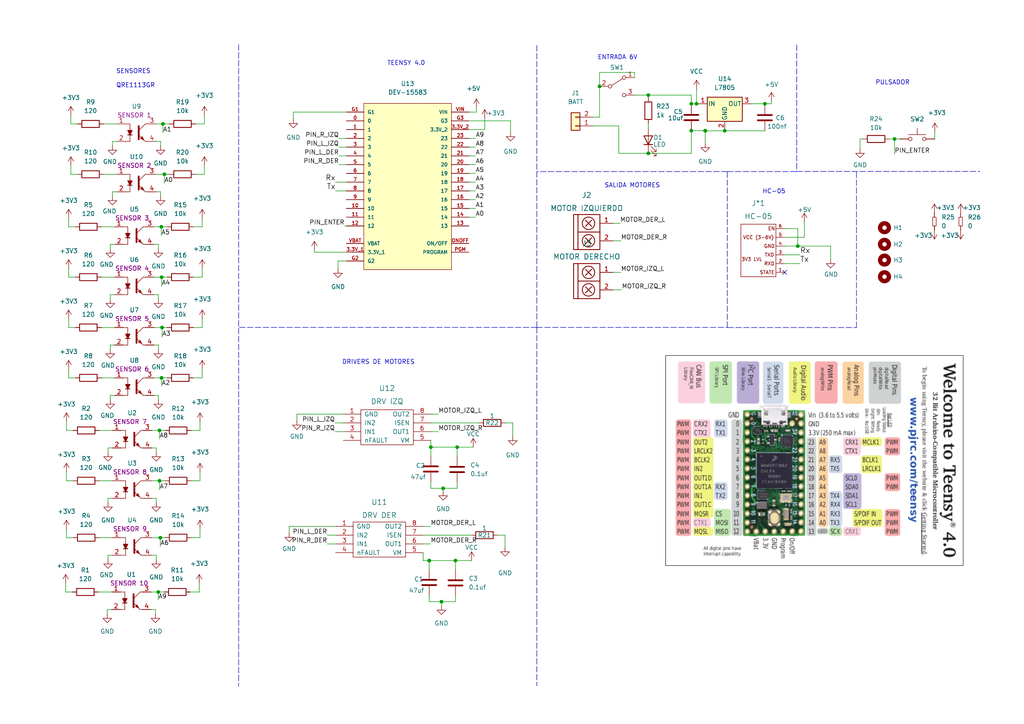
<source format=kicad_sch>
(kicad_sch (version 20211123) (generator eeschema)
  (paper "A4")
  (junction (at 188.0362 27.5844))
  (junction (at 221.8436 30.099))
  (junction (at 204.5462 37.9476))
  (junction (at 46.863 109.601))
  (junction (at 47.6758 50.546))
  (junction (at 132.588 129.6924))
  (junction (at 204.5462 37.8968))
  (junction (at 200.5076 37.8968))
  (junction (at 259.461 40.3098))
  (junction (at 46.2788 139.446))
  (junction (at 128.524 141.6304))
  (junction (at 45.8978 171.704))
  (junction (at 47.2694 35.941))
  (junction (at 132.1054 162.5854))
  (junction (at 124.4854 162.6108))
  (junction (at 46.2534 124.841))
  (junction (at 202.0316 30.099))
  (junction (at 231.394 71.374))
  (junction (at 124.968 129.6924))
  (junction (at 210.2104 37.9476))
  (junction (at 124.4854 162.5854))
  (junction (at 46.5074 155.956))
  (junction (at 188.0362 44.4754))
  (junction (at 128.0414 174.5234))
  (junction (at 200.5076 30.099))
  (junction (at 46.8884 80.391))
  (junction (at 47.0154 94.996))
  (junction (at 173.8884 25.0444))
  (junction (at 46.7868 65.786))
  (no_connect (at 227.584 78.994))
  (wire (pts (xy 144.3228 155.2194) (xy 146.4818 155.2194)))
  (wire (pts (xy 136.017 35.052) (xy 148.082 35.052)))
  (wire (pts (xy 146.4818 155.2194) (xy 146.4818 158.7754)))
  (wire (pts (xy 30.0736 50.546) (xy 33.8836 50.546)))
  (wire (pts (xy 31.115 176.784) (xy 31.115 178.054)))
  (wire (pts (xy 22.4536 35.941) (xy 20.5486 35.941)))
  (wire (pts (xy 58.6486 63.246) (xy 58.6486 65.786)))
  (wire (pts (xy 172.0088 36.5252) (xy 179.4764 36.5252)))
  (wire (pts (xy 200.5076 30.099) (xy 200.5076 30.2768)))
  (wire (pts (xy 200.5076 27.5844) (xy 200.5076 30.099)))
  (wire (pts (xy 57.785 171.704) (xy 55.245 171.704)))
  (wire (pts (xy 45.3136 129.921) (xy 45.3136 131.191)))
  (wire (pts (xy 45.3136 161.036) (xy 45.3136 162.306)))
  (wire (pts (xy 46.8884 80.391) (xy 48.4886 80.391)))
  (wire (pts (xy 21.1836 124.841) (xy 19.2786 124.841)))
  (wire (pts (xy 21.8186 80.391) (xy 19.9136 80.391)))
  (wire (pts (xy 47.2694 35.941) (xy 47.2694 38.5826)))
  (polyline (pts (xy 210.947 94.9706) (xy 210.947 49.7078)))
  (wire (pts (xy 128.0414 174.5234) (xy 132.1054 174.5234)))
  (wire (pts (xy 97.3328 55.372) (xy 100.457 55.372)))
  (wire (pts (xy 44.6786 109.601) (xy 46.863 109.601)))
  (wire (pts (xy 29.4386 65.786) (xy 33.2486 65.786)))
  (wire (pts (xy 148.082 35.052) (xy 148.082 38.354)))
  (wire (pts (xy 45.3136 35.941) (xy 47.2694 35.941)))
  (wire (pts (xy 47.6758 50.546) (xy 47.6758 53.213)))
  (wire (pts (xy 33.8836 55.626) (xy 32.6136 55.626)))
  (wire (pts (xy 200.5076 37.8968) (xy 200.5076 44.4754)))
  (wire (pts (xy 58.0136 155.956) (xy 55.4736 155.956)))
  (wire (pts (xy 124.968 122.6566) (xy 138.938 122.6566)))
  (wire (pts (xy 46.5074 155.956) (xy 47.8536 155.956)))
  (wire (pts (xy 232.029 73.914) (xy 227.584 73.914)))
  (wire (pts (xy 33.2486 85.471) (xy 31.9786 85.471)))
  (wire (pts (xy 83.8708 152.6794) (xy 83.8708 154.5844)))
  (polyline (pts (xy 155.702 94.9706) (xy 155.702 198.8566)))
  (polyline (pts (xy 248.412 94.996) (xy 248.412 49.784)))
  (wire (pts (xy 46.7868 65.786) (xy 46.7868 68.4022)))
  (wire (pts (xy 85.09 32.512) (xy 100.457 32.512)))
  (wire (pts (xy 132.1054 172.8724) (xy 132.1054 174.5234)))
  (wire (pts (xy 128.0414 174.5234) (xy 128.0414 175.6918)))
  (wire (pts (xy 19.05 171.704) (xy 19.05 169.164)))
  (wire (pts (xy 124.4854 174.5234) (xy 128.0414 174.5234)))
  (wire (pts (xy 45.8978 171.704) (xy 45.8978 174.0154)))
  (wire (pts (xy 20.5486 50.546) (xy 20.5486 48.006)))
  (wire (pts (xy 45.9486 85.471) (xy 45.9486 86.741)))
  (wire (pts (xy 33.2486 70.866) (xy 31.9786 70.866)))
  (wire (pts (xy 259.461 40.3098) (xy 259.461 44.704)))
  (wire (pts (xy 31.9786 100.076) (xy 31.9786 101.346)))
  (wire (pts (xy 44.0436 139.446) (xy 46.2788 139.446)))
  (wire (pts (xy 19.9136 80.391) (xy 19.9136 77.851)))
  (wire (pts (xy 45.9486 100.076) (xy 45.9486 101.346)))
  (wire (pts (xy 44.0436 129.921) (xy 45.3136 129.921)))
  (wire (pts (xy 46.5836 55.626) (xy 46.5836 56.896)))
  (wire (pts (xy 46.5074 155.956) (xy 46.5074 158.496)))
  (wire (pts (xy 28.8036 139.446) (xy 32.6136 139.446)))
  (wire (pts (xy 44.0436 144.526) (xy 45.3136 144.526)))
  (wire (pts (xy 259.461 40.3098) (xy 260.9596 40.3098)))
  (wire (pts (xy 177.8 78.994) (xy 180.086 78.994)))
  (wire (pts (xy 100.457 47.752) (xy 98.298 47.752)))
  (wire (pts (xy 124.4854 165.1254) (xy 124.4854 162.6108)))
  (wire (pts (xy 202.0316 25.8064) (xy 202.0316 30.099)))
  (wire (pts (xy 47.0154 94.996) (xy 48.4886 94.996)))
  (wire (pts (xy 46.863 109.601) (xy 48.4886 109.601)))
  (wire (pts (xy 32.6136 41.021) (xy 32.6136 42.291)))
  (wire (pts (xy 204.5462 37.9476) (xy 204.5462 41.529)))
  (wire (pts (xy 43.815 171.704) (xy 45.8978 171.704)))
  (wire (pts (xy 233.299 68.834) (xy 227.584 68.834)))
  (wire (pts (xy 46.2788 139.446) (xy 46.2788 142.113)))
  (wire (pts (xy 44.6786 70.866) (xy 45.9486 70.866)))
  (wire (pts (xy 132.588 139.9794) (xy 132.588 141.6304)))
  (wire (pts (xy 98.044 75.692) (xy 98.044 77.978)))
  (wire (pts (xy 57.785 169.164) (xy 57.785 171.704)))
  (wire (pts (xy 124.968 129.6924) (xy 124.968 132.207)))
  (wire (pts (xy 45.3136 41.021) (xy 46.5836 41.021)))
  (polyline (pts (xy 211.074 94.996) (xy 248.412 94.996)))
  (wire (pts (xy 94.9198 155.2194) (xy 97.3328 155.2194)))
  (wire (pts (xy 177.8 84.074) (xy 180.34 84.074)))
  (wire (pts (xy 94.9198 157.7594) (xy 97.3328 157.7594)))
  (wire (pts (xy 227.584 71.374) (xy 231.394 71.374)))
  (wire (pts (xy 47.2694 35.941) (xy 49.1236 35.941)))
  (wire (pts (xy 58.0136 122.301) (xy 58.0136 124.841)))
  (wire (pts (xy 33.8836 41.021) (xy 32.6136 41.021)))
  (wire (pts (xy 271.1196 38.227) (xy 271.1196 40.3098)))
  (wire (pts (xy 46.2534 124.841) (xy 46.2534 127.3048)))
  (wire (pts (xy 19.9136 65.786) (xy 19.9136 63.246)))
  (wire (pts (xy 232.029 76.454) (xy 227.584 76.454)))
  (polyline (pts (xy 155.702 13.1826) (xy 155.702 94.9706)))
  (wire (pts (xy 221.8436 30.099) (xy 223.7486 30.099)))
  (wire (pts (xy 210.2104 37.719) (xy 210.2104 37.9476)))
  (wire (pts (xy 45.3136 55.626) (xy 46.5836 55.626)))
  (wire (pts (xy 97.3328 52.832) (xy 100.457 52.832)))
  (wire (pts (xy 124.968 120.1166) (xy 127.127 120.1166)))
  (wire (pts (xy 136.017 47.752) (xy 137.922 47.752)))
  (wire (pts (xy 136.017 57.912) (xy 137.922 57.912)))
  (wire (pts (xy 136.017 52.832) (xy 137.922 52.832)))
  (polyline (pts (xy 155.6766 94.9706) (xy 210.947 94.9706)))
  (wire (pts (xy 31.3436 129.921) (xy 31.3436 131.191)))
  (wire (pts (xy 44.6786 85.471) (xy 45.9486 85.471)))
  (wire (pts (xy 83.8708 152.6794) (xy 97.3328 152.6794)))
  (wire (pts (xy 44.6786 94.996) (xy 47.0154 94.996)))
  (wire (pts (xy 21.1836 155.956) (xy 19.2786 155.956)))
  (wire (pts (xy 140.589 34.3154) (xy 140.589 37.592)))
  (wire (pts (xy 29.4386 109.601) (xy 33.2486 109.601)))
  (wire (pts (xy 136.017 62.992) (xy 137.922 62.992)))
  (wire (pts (xy 21.8186 109.601) (xy 19.9136 109.601)))
  (wire (pts (xy 32.6136 129.921) (xy 31.3436 129.921)))
  (wire (pts (xy 231.394 71.374) (xy 240.919 71.374)))
  (wire (pts (xy 58.6486 107.061) (xy 58.6486 109.601)))
  (wire (pts (xy 46.863 109.601) (xy 46.863 112.0648)))
  (wire (pts (xy 58.6486 80.391) (xy 56.1086 80.391)))
  (wire (pts (xy 58.0136 139.446) (xy 55.4736 139.446)))
  (wire (pts (xy 132.1054 162.5854) (xy 132.1054 165.2524)))
  (wire (pts (xy 223.7486 29.3624) (xy 223.7486 30.099)))
  (wire (pts (xy 46.2534 124.841) (xy 47.8536 124.841)))
  (wire (pts (xy 132.1054 162.5854) (xy 136.779 162.5854)))
  (wire (pts (xy 20.5486 35.941) (xy 20.5486 33.401)))
  (wire (pts (xy 249.4534 40.3098) (xy 250.2916 40.3098)))
  (wire (pts (xy 98.298 40.132) (xy 100.457 40.132)))
  (wire (pts (xy 47.6758 50.546) (xy 49.1236 50.546)))
  (wire (pts (xy 122.7328 155.2194) (xy 136.7028 155.2194)))
  (wire (pts (xy 59.2836 50.546) (xy 56.7436 50.546)))
  (wire (pts (xy 43.815 176.784) (xy 45.085 176.784)))
  (wire (pts (xy 31.9786 114.681) (xy 31.9786 115.951)))
  (wire (pts (xy 177.8 64.77) (xy 179.832 64.77)))
  (wire (pts (xy 44.0436 161.036) (xy 45.3136 161.036)))
  (wire (pts (xy 122.7328 162.6108) (xy 124.4854 162.6108)))
  (wire (pts (xy 45.085 176.784) (xy 45.085 178.054)))
  (wire (pts (xy 200.5076 44.4754) (xy 188.0362 44.4754)))
  (wire (pts (xy 45.9486 114.681) (xy 45.9486 115.951)))
  (wire (pts (xy 58.6486 65.786) (xy 56.1086 65.786)))
  (wire (pts (xy 146.558 122.6566) (xy 148.717 122.6566)))
  (wire (pts (xy 31.9786 70.866) (xy 31.9786 72.136)))
  (wire (pts (xy 21.1836 139.446) (xy 19.2786 139.446)))
  (polyline (pts (xy 155.702 94.9706) (xy 69.215 94.9706)))
  (wire (pts (xy 179.4764 44.4754) (xy 188.0362 44.4754)))
  (wire (pts (xy 122.7328 162.6108) (xy 122.7328 160.2994)))
  (wire (pts (xy 28.8036 124.841) (xy 32.6136 124.841)))
  (wire (pts (xy 58.6486 94.996) (xy 56.1086 94.996)))
  (wire (pts (xy 45.3136 144.526) (xy 45.3136 145.796)))
  (wire (pts (xy 45.3136 50.546) (xy 47.6758 50.546)))
  (wire (pts (xy 31.3436 144.526) (xy 31.3436 145.796)))
  (wire (pts (xy 33.2486 114.681) (xy 31.9786 114.681)))
  (wire (pts (xy 124.4854 162.5854) (xy 132.1054 162.5854)))
  (wire (pts (xy 32.6136 144.526) (xy 31.3436 144.526)))
  (wire (pts (xy 86.106 120.1166) (xy 86.106 122.0216)))
  (wire (pts (xy 59.2836 35.941) (xy 56.7436 35.941)))
  (wire (pts (xy 58.6486 109.601) (xy 56.1086 109.601)))
  (wire (pts (xy 30.0736 35.941) (xy 33.8836 35.941)))
  (wire (pts (xy 85.09 32.512) (xy 85.09 34.544)))
  (wire (pts (xy 136.017 55.372) (xy 137.922 55.372)))
  (polyline (pts (xy 231.0892 13.0302) (xy 231.0892 49.7586)))
  (wire (pts (xy 179.4764 36.5252) (xy 179.4764 44.4754)))
  (wire (pts (xy 233.299 64.389) (xy 233.299 68.834)))
  (wire (pts (xy 200.5076 30.099) (xy 202.0316 30.099)))
  (wire (pts (xy 177.8 69.85) (xy 180.086 69.85)))
  (wire (pts (xy 19.9136 109.601) (xy 19.9136 107.061)))
  (wire (pts (xy 58.0136 153.416) (xy 58.0136 155.956)))
  (wire (pts (xy 21.8186 94.996) (xy 19.9136 94.996)))
  (wire (pts (xy 173.8884 21.0058) (xy 173.8884 25.0444)))
  (wire (pts (xy 202.0316 30.099) (xy 202.5904 30.099)))
  (wire (pts (xy 58.0136 124.841) (xy 55.4736 124.841)))
  (wire (pts (xy 58.6486 77.851) (xy 58.6486 80.391)))
  (wire (pts (xy 45.9486 70.866) (xy 45.9486 72.136)))
  (wire (pts (xy 19.2786 124.841) (xy 19.2786 122.301)))
  (wire (pts (xy 124.968 141.6304) (xy 128.524 141.6304)))
  (wire (pts (xy 19.9136 94.996) (xy 19.9136 92.456)))
  (wire (pts (xy 128.524 141.6304) (xy 128.524 142.5194)))
  (wire (pts (xy 188.0362 27.5844) (xy 200.5076 27.5844)))
  (wire (pts (xy 29.4386 80.391) (xy 33.2486 80.391)))
  (wire (pts (xy 231.394 66.294) (xy 231.394 71.374)))
  (wire (pts (xy 31.9786 85.471) (xy 31.9786 86.741)))
  (wire (pts (xy 19.2786 155.956) (xy 19.2786 153.416)))
  (polyline (pts (xy 231.0892 49.7332) (xy 284.1244 49.7332)))
  (wire (pts (xy 32.6136 55.626) (xy 32.6136 56.896)))
  (wire (pts (xy 100.457 73.152) (xy 91.186 73.152)))
  (wire (pts (xy 132.588 129.6924) (xy 132.588 132.3594)))
  (wire (pts (xy 21.8186 65.786) (xy 19.9136 65.786)))
  (wire (pts (xy 124.968 125.1966) (xy 127.127 125.1966)))
  (wire (pts (xy 33.2486 100.076) (xy 31.9786 100.076)))
  (wire (pts (xy 124.4854 162.6108) (xy 124.4854 162.5854)))
  (wire (pts (xy 204.5462 37.8968) (xy 204.5462 37.9476)))
  (wire (pts (xy 46.8884 80.391) (xy 46.8884 83.0072)))
  (wire (pts (xy 136.017 42.672) (xy 137.922 42.672)))
  (wire (pts (xy 100.457 45.212) (xy 98.298 45.212)))
  (wire (pts (xy 97.155 122.6566) (xy 99.568 122.6566)))
  (wire (pts (xy 98.298 42.672) (xy 100.457 42.672)))
  (wire (pts (xy 20.955 171.704) (xy 19.05 171.704)))
  (wire (pts (xy 240.919 71.374) (xy 240.919 75.184)))
  (wire (pts (xy 249.4534 40.3098) (xy 249.4534 43.2054)))
  (wire (pts (xy 136.017 50.292) (xy 137.922 50.292)))
  (wire (pts (xy 100.457 75.692) (xy 98.044 75.692)))
  (wire (pts (xy 204.5462 37.9476) (xy 210.2104 37.9476)))
  (wire (pts (xy 124.968 129.6924) (xy 132.588 129.6924)))
  (wire (pts (xy 22.4536 50.546) (xy 20.5486 50.546)))
  (polyline (pts (xy 155.702 198.8566) (xy 155.7274 198.8566)))
  (wire (pts (xy 173.8884 25.0444) (xy 173.8884 33.9852)))
  (wire (pts (xy 32.6136 161.036) (xy 31.3436 161.036)))
  (wire (pts (xy 217.8304 30.099) (xy 221.8436 30.099)))
  (wire (pts (xy 136.017 60.452) (xy 137.922 60.452)))
  (polyline (pts (xy 210.947 49.7586) (xy 155.702 49.7586)))
  (wire (pts (xy 138.176 31.242) (xy 138.176 32.512)))
  (wire (pts (xy 44.0436 155.956) (xy 46.5074 155.956)))
  (wire (pts (xy 46.5836 41.021) (xy 46.5836 42.291)))
  (wire (pts (xy 28.575 171.704) (xy 32.385 171.704)))
  (wire (pts (xy 44.6786 114.681) (xy 45.9486 114.681)))
  (polyline (pts (xy 284.1244 49.7332) (xy 284.1244 49.7586)))
  (wire (pts (xy 132.588 129.6924) (xy 137.2616 129.6924)))
  (wire (pts (xy 91.186 72.5424) (xy 91.186 73.152)))
  (wire (pts (xy 44.6786 65.786) (xy 46.7868 65.786)))
  (wire (pts (xy 184.0484 27.5844) (xy 188.0362 27.5844)))
  (wire (pts (xy 124.968 127.7366) (xy 124.968 129.6924)))
  (wire (pts (xy 200.5076 37.8968) (xy 204.5462 37.8968)))
  (wire (pts (xy 58.6486 92.456) (xy 58.6486 94.996)))
  (wire (pts (xy 184.0484 21.0058) (xy 173.8884 21.0058)))
  (wire (pts (xy 227.584 66.294) (xy 231.394 66.294)))
  (wire (pts (xy 29.4386 94.996) (xy 33.2486 94.996)))
  (wire (pts (xy 46.2788 139.446) (xy 47.8536 139.446)))
  (wire (pts (xy 136.017 45.212) (xy 137.922 45.212)))
  (wire (pts (xy 173.8884 33.9852) (xy 172.0088 33.9852)))
  (wire (pts (xy 184.0484 22.5044) (xy 184.0484 21.0058)))
  (wire (pts (xy 97.155 125.1966) (xy 99.568 125.1966)))
  (wire (pts (xy 136.017 37.592) (xy 140.589 37.592)))
  (wire (pts (xy 32.385 176.784) (xy 31.115 176.784)))
  (wire (pts (xy 210.2104 37.9476) (xy 221.8436 37.9476)))
  (wire (pts (xy 47.0154 94.996) (xy 47.0154 97.79)))
  (wire (pts (xy 59.2836 48.006) (xy 59.2836 50.546)))
  (wire (pts (xy 31.3436 161.036) (xy 31.3436 162.306)))
  (wire (pts (xy 124.968 139.827) (xy 124.968 141.6304)))
  (wire (pts (xy 44.6786 80.391) (xy 46.8884 80.391)))
  (wire (pts (xy 136.017 32.512) (xy 138.176 32.512)))
  (wire (pts (xy 46.7868 65.786) (xy 48.4886 65.786)))
  (polyline (pts (xy 69.215 12.9286) (xy 69.215 198.9836)))
  (polyline (pts (xy 210.947 49.7586) (xy 231.0892 49.7586)))
  (wire (pts (xy 148.717 122.6566) (xy 148.717 126.5428)))
  (wire (pts (xy 58.0136 136.906) (xy 58.0136 139.446)))
  (wire (pts (xy 45.8978 171.704) (xy 47.625 171.704)))
  (wire (pts (xy 221.8436 30.099) (xy 221.8436 30.3276)))
  (wire (pts (xy 136.017 40.132) (xy 137.9474 40.132)))
  (wire (pts (xy 19.2786 139.446) (xy 19.2786 136.906)))
  (wire (pts (xy 86.106 120.1166) (xy 99.568 120.1166)))
  (wire (pts (xy 122.7328 152.6794) (xy 124.8918 152.6794)))
  (wire (pts (xy 44.6786 100.076) (xy 45.9486 100.076)))
  (wire (pts (xy 122.7328 157.7594) (xy 124.8918 157.7594)))
  (wire (pts (xy 188.0362 35.9156) (xy 188.0362 36.8554)))
  (wire (pts (xy 257.9116 40.3098) (xy 259.461 40.3098)))
  (wire (pts (xy 28.8036 155.956) (xy 32.6136 155.956)))
  (wire (pts (xy 99.949 65.532) (xy 100.457 65.532)))
  (wire (pts (xy 188.0362 27.5844) (xy 188.0362 28.2956)))
  (wire (pts (xy 44.0436 124.841) (xy 46.2534 124.841)))
  (wire (pts (xy 128.524 141.6304) (xy 132.588 141.6304)))
  (wire (pts (xy 124.4854 172.7454) (xy 124.4854 174.5234)))
  (wire (pts (xy 59.2836 33.401) (xy 59.2836 35.941)))
  (image (at 236.22 133.5786) (scale 1.88987))
  (text "HC-05\n" (at 221.0816 56.388 0) (effects (font (size 1.27 1.27)) (justify left bottom)))
  (text "DRIVERS DE MOTORES\n" (at 99.187 105.8672 0) (effects (font (size 1.27 1.27)) (justify left bottom)))
  (text "ENTRADA 6V\n\n" (at 173.3042 19.5326 0) (effects (font (size 1.27 1.27)) (justify left bottom)))
  (text "SENSORES \n\nQRE1113GR" (at 33.655 25.6286 0) (effects (font (size 1.27 1.27)) (justify left bottom)))
  (text "SALIDA MOTORES\n" (at 175.3108 54.6354 0) (effects (font (size 1.27 1.27)) (justify left bottom)))
  (text "TEENSY 4.0\n" (at 112.268 19.177 0) (effects (font (size 1.27 1.27)) (justify left bottom)))
  (text "PULSADOR\n" (at 253.8984 24.7904 0) (effects (font (size 1.27 1.27)) (justify left bottom)))
  (label "PIN_L_DER" (at 94.9198 155.2194 180))
  (label "A5" (at 137.922 50.292 0))
  (label "A6" (at 46.5074 158.496 0))
  (label "PIN_R_IZQ" (at 98.298 40.132 180))
  (label "A3" (at 137.922 55.372 0))
  (label "MOTOR_IZQ_R" (at 180.34 84.074 0))
  (label "Rx" (at 232.029 73.914 0) (effects (font (size 1.524 1.524))))
  (label "MOTOR_IZQ_L" (at 180.086 78.994 0))
  (label "PIN_L_IZQ" (at 98.298 42.672 180))
  (label "A1" (at 47.2694 38.5826 0))
  (label "PIN_ENTER" (at 99.949 65.532 180))
  (label "PIN_ENTER" (at 259.461 44.704 0))
  (label "MOTOR_DER_R" (at 180.086 69.85 0))
  (label "A9" (at 45.8978 174.0154 0))
  (label "PIN_L_IZQ" (at 97.155 122.6566 180))
  (label "A0" (at 47.6758 53.213 0))
  (label "A4" (at 137.922 52.832 0))
  (label "PIN_R_DER" (at 94.9198 157.7594 180))
  (label "PIN_R_IZQ" (at 97.155 125.1966 180))
  (label "PIN_L_DER" (at 98.298 45.212 180))
  (label "A9" (at 137.9474 40.132 0))
  (label "A5" (at 46.7868 68.4022 0))
  (label "MOTOR_IZQ_R" (at 127.127 125.1966 0))
  (label "A0" (at 137.922 62.992 0))
  (label "A2" (at 46.863 112.0648 0))
  (label "A2" (at 137.922 57.912 0))
  (label "A6" (at 137.922 47.752 0))
  (label "PIN_R_DER" (at 98.298 47.752 180))
  (label "Tx" (at 97.3328 55.372 180) (effects (font (size 1.524 1.524))))
  (label "A7" (at 137.922 45.212 0))
  (label "A8" (at 46.2534 127.3048 0))
  (label "A3" (at 47.0154 97.79 0))
  (label "A1" (at 137.922 60.452 0))
  (label "MOTOR_DER_L" (at 179.832 64.77 0))
  (label "Tx" (at 232.029 76.454 0) (effects (font (size 1.524 1.524))))
  (label "A8" (at 137.922 42.672 0))
  (label "MOTOR_DER_R" (at 124.8918 157.7594 0))
  (label "MOTOR_DER_L" (at 124.8918 152.6794 0))
  (label "Rx" (at 97.3328 52.832 180) (effects (font (size 1.524 1.524))))
  (label "A7" (at 46.2788 142.113 0))
  (label "A4" (at 46.8884 83.0072 0))
  (label "MOTOR_IZQ_L" (at 127.127 120.1166 0))
  (symbol (lib_id "Device:R") (at 140.5128 155.2194 90) (unit 1)
    (property "Reference" "R21" (at 140.5128 155.2194 90))
    (property "Value" "1" (at 140.5128 153.1874 90))
    (property "Footprint" "EESTN5:R_0805" (effects hide))
  )
  (symbol (lib_id "power:+3V3") (at 58.0136 153.416 0) (unit 1)
    (property "Reference" "#PWR0122" (effects hide))
    (property "Value" "+3V3" (at 58.0136 147.701 0))
  )
  (symbol (lib_id "power:+3V3") (at 58.6486 77.851 0) (unit 1)
    (property "Reference" "#PWR0142" (effects hide))
    (property "Value" "+3V3" (at 58.6486 72.136 0))
  )
  (symbol (lib_id "Regulator_Linear:L7805") (at 210.2104 30.099 0) (unit 1)
    (property "Reference" "U14" (at 210.2104 22.86 0))
    (property "Value" "L7805" (at 210.2104 25.4 0))
    (property "Footprint" "EESTN5:SOT223" (effects hide))
    (property "Datasheet" "http://www.st.com/content/ccc/resource/technical/document/datasheet/41/4f/b3/b0/12/d4/47/88/CD00000444.pdf/files/CD00000444.pdf/jcr:content/translations/en.CD00000444.pdf" (effects hide))
  )
  (symbol (lib_id "Device:R") (at 25.6286 94.996 90) (unit 1)
    (property "Reference" "R7" (at 25.6286 88.646 90))
    (property "Value" "120" (at 25.6286 91.186 90))
    (property "Footprint" "EESTN5:R_0805" (effects hide))
  )
  (symbol (lib_id "Device:R") (at 51.6636 124.841 90) (unit 1)
    (property "Reference" "R12" (at 51.6636 118.491 90))
    (property "Value" "10k" (at 51.6636 121.031 90))
    (property "Footprint" "EESTN5:R_0805" (effects hide))
  )
  (symbol (lib_id "power:GND") (at 31.9786 101.346 0) (unit 1)
    (property "Reference" "#PWR0109" (effects hide))
    (property "Value" "GND" (at 31.2928 105.9942 0))
  )
  (symbol (lib_id "Device:R") (at 51.6636 139.446 90) (unit 1)
    (property "Reference" "R13" (at 51.6636 133.096 90))
    (property "Value" "10k" (at 51.6636 135.636 90))
    (property "Footprint" "EESTN5:R_0805" (effects hide))
  )
  (symbol (lib_name "GND_8") (lib_id "power:GND") (at 249.4534 43.2054 0) (unit 1)
    (property "Reference" "#PWR0158" (effects hide))
    (property "Value" "GND" (at 249.4534 47.8536 0))
  )
  (symbol (lib_id "power:+3V3") (at 57.785 169.164 0) (unit 1)
    (property "Reference" "#PWR0121" (effects hide))
    (property "Value" "+3V3" (at 57.785 163.449 0))
  )
  (symbol (lib_id "Device:R") (at 188.0362 32.1056 0) (unit 1)
    (property "Reference" "R23" (at 190.3222 30.8355 0) (effects (justify left)))
    (property "Value" "1k" (at 190.3222 33.3755 0) (effects (justify left)))
    (property "Footprint" "EESTN5:R_0805" (effects hide))
  )
  (symbol (lib_id "EESTN58:SW_Push") (at 266.0396 40.3098 0) (unit 1)
    (property "Reference" "SW2" (at 266.0396 34.544 0))
    (property "Value" "SW_Push" (effects hide))
    (property "Footprint" "EESTN5:Pulsador_TH_4" (effects hide))
  )
  (symbol (lib_id "power:GND") (at 45.9486 115.951 0) (unit 1)
    (property "Reference" "#PWR0112" (effects hide))
    (property "Value" "GND" (at 45.9486 121.031 0))
  )
  (symbol (lib_id "power:+5V") (at 233.299 64.389 0) (unit 1)
    (property "Reference" "#PWR0160" (effects hide))
    (property "Value" "+5V" (at 233.299 60.833 0))
  )
  (symbol (lib_id "Device:C") (at 132.1054 169.0624 0) (unit 1)
    (property "Reference" "C3" (at 135.9154 167.7923 0) (effects (justify left)))
    (property "Value" "0.1uf" (at 135.9154 170.3323 0) (effects (justify left)))
    (property "Footprint" "EESTN5:C_0805" (effects hide))
  )
  (symbol (lib_id "power:+3V3") (at 20.5486 48.006 0) (unit 1)
    (property "Reference" "#PWR0132" (effects hide))
    (property "Value" "+3V3" (at 20.5486 42.926 0))
  )
  (symbol (lib_id "EESTN5:R") (at 271.018 64.262 0) (unit 1)
    (property "Reference" "R25" (at 273.05 62.9919 0) (effects (justify left)))
    (property "Value" "0" (at 273.05 65.5319 0) (effects (justify left)))
    (property "Footprint" "EESTN5:RES0.3" (effects hide))
  )
  (symbol (lib_id "Device:C") (at 124.4854 168.9354 0) (unit 1)
    (property "Reference" "C1" (at 120.1166 167.9702 0) (effects (justify left)))
    (property "Value" "47uf" (at 123.063 171.2722 0) (effects (justify right)))
    (property "Footprint" "EESTN5:C_0805" (effects hide))
  )
  (symbol (lib_name "GND_7") (lib_id "power:GND") (at 128.524 142.5194 0) (unit 1)
    (property "Reference" "#PWR0154" (effects hide))
    (property "Value" "GND" (at 128.524 147.5994 0))
  )
  (symbol (lib_id "EESTN5:QRE1113") (at 37.6936 127.381 0) (unit 1)
    (property "Reference" "U2" (at 38.3286 119.761 0))
    (property "Value" "QRE1113" (effects hide))
    (property "Footprint" "qre1113:SOIC180P460X187-4N" (effects hide))
    (property "Datasheet" "SENSOR 7" (at 37.6936 122.301 0))
  )
  (symbol (lib_id "power:GND") (at 31.115 178.054 0) (unit 1)
    (property "Reference" "#PWR0134" (effects hide))
    (property "Value" "GND" (at 31.115 183.134 0))
  )
  (symbol (lib_name "+3V3_1") (lib_id "power:+3V3") (at 140.589 34.3154 0) (mirror y) (unit 1)
    (property "Reference" "#PWR0150" (effects hide))
    (property "Value" "+3V3" (at 143.7894 32.8168 0))
  )
  (symbol (lib_name "GND_4") (lib_id "power:GND") (at 98.044 77.978 0) (unit 1)
    (property "Reference" "#PWR0146" (effects hide))
    (property "Value" "GND" (at 98.044 83.185 0))
  )
  (symbol (lib_id "Device:R") (at 25.6286 65.786 90) (unit 1)
    (property "Reference" "R5" (at 25.6286 59.436 90))
    (property "Value" "120" (at 25.6286 61.976 90))
    (property "Footprint" "EESTN5:R_0805" (effects hide))
  )
  (symbol (lib_id "EESTN5:DRV8872") (at 110.0328 156.4894 0) (unit 1)
    (property "Reference" "U11" (at 110.0328 145.6436 0) (effects (font (size 1.524 1.524))))
    (property "Value" "DRV DER" (at 110.0328 149.4536 0) (effects (font (size 1.524 1.524))))
    (property "Footprint" "EESTN5:SSOP-8" (effects hide))
  )
  (symbol (lib_id "power:+3V3") (at 58.6486 63.246 0) (unit 1)
    (property "Reference" "#PWR0143" (effects hide))
    (property "Value" "+3V3" (at 58.6486 57.531 0))
  )
  (symbol (lib_name "+3V3_1") (lib_id "power:+3V3") (at 278.638 66.802 0) (mirror x) (unit 1)
    (property "Reference" "#PWR0164" (effects hide))
    (property "Value" "+3V3" (at 275.4376 68.3006 0))
  )
  (symbol (lib_name "GND_6") (lib_id "power:GND") (at 86.106 122.0216 0) (unit 1)
    (property "Reference" "#PWR0140" (effects hide))
    (property "Value" "GND" (at 86.106 126.5936 0))
  )
  (symbol (lib_name "GND_5") (lib_id "power:GND") (at 148.717 126.5428 0) (unit 1)
    (property "Reference" "#PWR0141" (effects hide))
    (property "Value" "GND" (at 148.717 132.0038 0))
  )
  (symbol (lib_id "EESTN5:QRE1113") (at 37.465 174.244 0) (unit 1)
    (property "Reference" "U1" (at 38.1 166.624 0))
    (property "Value" "QRE1113" (effects hide))
    (property "Footprint" "qre1113:SOIC180P460X187-4N" (effects hide))
    (property "Datasheet" "SENSOR 10" (at 37.465 169.164 0))
  )
  (symbol (lib_id "power:+3V3") (at 59.2836 33.401 0) (unit 1)
    (property "Reference" "#PWR0130" (effects hide))
    (property "Value" "+3V3" (at 59.2836 27.686 0))
  )
  (symbol (lib_id "Device:R") (at 52.2986 65.786 90) (unit 1)
    (property "Reference" "R15" (at 52.2986 59.436 90))
    (property "Value" "10k" (at 52.2986 61.976 90))
    (property "Footprint" "EESTN5:R_0805" (effects hide))
  )
  (symbol (lib_id "Device:R") (at 26.2636 50.546 90) (unit 1)
    (property "Reference" "R10" (at 26.2636 44.196 90))
    (property "Value" "120" (at 26.2636 46.736 90))
    (property "Footprint" "EESTN5:R_0805" (effects hide))
  )
  (symbol (lib_id "Device:R") (at 142.748 122.6566 90) (unit 1)
    (property "Reference" "R22" (at 142.748 122.6566 90))
    (property "Value" "1" (at 142.748 120.6246 90))
    (property "Footprint" "EESTN5:R_0805" (effects hide))
  )
  (symbol (lib_id "Device:R") (at 25.6286 80.391 90) (unit 1)
    (property "Reference" "R6" (at 25.6286 74.041 90))
    (property "Value" "120" (at 25.6286 76.581 90))
    (property "Footprint" "EESTN5:R_0805" (effects hide))
  )
  (symbol (lib_id "power:+3V3") (at 58.6486 107.061 0) (unit 1)
    (property "Reference" "#PWR0105" (effects hide))
    (property "Value" "+3V3" (at 58.6486 101.346 0))
  )
  (symbol (lib_id "power:+3V3") (at 58.0136 136.906 0) (unit 1)
    (property "Reference" "#PWR0102" (effects hide))
    (property "Value" "+3V3" (at 58.0136 131.191 0))
  )
  (symbol (lib_id "Device:R") (at 254.1016 40.3098 90) (unit 1)
    (property "Reference" "R24" (at 254.1016 34.4932 90))
    (property "Value" "10k" (at 254.1016 37.0332 90))
    (property "Footprint" "EESTN5:R_0805" (effects hide))
  )
  (symbol (lib_name "+5V_2") (lib_id "power:+5V") (at 138.176 31.242 0) (unit 1)
    (property "Reference" "#PWR0151" (effects hide))
    (property "Value" "+5V" (at 137.3124 25.6794 0))
  )
  (symbol (lib_id "EESTN5:HC-05") (at 225.044 72.644 180) (unit 1)
    (property "Reference" "J*1" (at 219.964 58.928 0) (effects (font (size 1.524 1.524))))
    (property "Value" "HC-05" (at 219.964 62.738 0) (effects (font (size 1.524 1.524))))
    (property "Footprint" "EESTN5:HC-05" (effects hide))
  )
  (symbol (lib_id "power:+3V3") (at 19.9136 92.456 0) (unit 1)
    (property "Reference" "#PWR0107" (effects hide))
    (property "Value" "+3V3" (at 19.9136 87.376 0))
  )
  (symbol (lib_name "GND_1") (lib_id "power:GND") (at 204.5462 41.529 0) (unit 1)
    (property "Reference" "#PWR0152" (effects hide))
    (property "Value" "GND" (at 204.5462 46.863 0))
  )
  (symbol (lib_id "power:VCC") (at 137.2616 129.6924 0) (unit 1)
    (property "Reference" "#PWR0153" (effects hide))
    (property "Value" "VCC" (at 137.2616 125.8824 0))
  )
  (symbol (lib_id "power:+3V3") (at 19.2786 122.301 0) (unit 1)
    (property "Reference" "#PWR0113" (effects hide))
    (property "Value" "+3V3" (at 19.2786 117.221 0))
  )
  (symbol (lib_id "power:GND") (at 240.919 75.184 0) (unit 1)
    (property "Reference" "#PWR0159" (effects hide))
    (property "Value" "GND" (at 241.046 79.5782 0))
  )
  (symbol (lib_id "Device:R") (at 52.2986 109.601 90) (unit 1)
    (property "Reference" "R18" (at 52.2986 103.251 90))
    (property "Value" "10k" (at 52.2986 105.791 90))
    (property "Footprint" "EESTN5:R_0805" (effects hide))
  )
  (symbol (lib_id "power:GND") (at 32.6136 56.896 0) (unit 1)
    (property "Reference" "#PWR0124" (effects hide))
    (property "Value" "GND" (at 31.75 61.2648 0))
  )
  (symbol (lib_id "Device:C") (at 200.5076 34.0868 0) (unit 1)
    (property "Reference" "C5" (at 195.3768 32.385 0) (effects (justify left)))
    (property "Value" "10uf" (at 193.7004 34.2392 0) (effects (justify left)))
    (property "Footprint" "EESTN5:C_0805" (effects hide))
  )
  (symbol (lib_id "power:+3V3") (at 58.6486 92.456 0) (unit 1)
    (property "Reference" "#PWR0144" (effects hide))
    (property "Value" "+3V3" (at 58.6486 86.741 0))
  )
  (symbol (lib_id "EESvggTN5:TB_1X2") (at 168.91 81.534 0) (unit 1)
    (property "Reference" "J3" (at 170.18 70.6374 0) (effects (font (size 1.524 1.524))))
    (property "Value" "MOTOR DERECHO" (at 170.18 74.4474 0) (effects (font (size 1.524 1.524))))
    (property "Footprint" "Connector_JST:JST_EH_B2B-EH-A_1x02_P2.50mm_Vertical" (effects hide))
  )
  (symbol (lib_id "power:+3V3") (at 19.2786 153.416 0) (unit 1)
    (property "Reference" "#PWR0117" (effects hide))
    (property "Value" "+3V3" (at 19.2786 148.336 0))
  )
  (symbol (lib_id "Device:R") (at 51.435 171.704 90) (unit 1)
    (property "Reference" "R11" (at 51.435 165.354 90))
    (property "Value" "10k" (at 51.435 167.894 90))
    (property "Footprint" "EESTN5:R_0805" (effects hide))
  )
  (symbol (lib_id "EESTN5:QRE1113") (at 38.3286 97.536 0) (unit 1)
    (property "Reference" "U7" (at 38.9636 89.916 0))
    (property "Value" "QRE1113" (effects hide))
    (property "Footprint" "qre1113:SOIC180P460X187-4N" (effects hide))
    (property "Datasheet" "SENSOR 5" (at 38.3286 92.456 0))
  )
  (symbol (lib_id "EESTN5:Mounting_Hole") (at 256.54 75.438 0) (unit 1)
    (property "Reference" "H3" (at 259.08 75.4379 0) (effects (justify left)))
    (property "Value" "Mounting_Hole" (effects hide))
    (property "Footprint" "EESTN5:hole_3mm" (effects hide))
  )
  (symbol (lib_id "power:GND") (at 46.5836 42.291 0) (unit 1)
    (property "Reference" "#PWR0135" (effects hide))
    (property "Value" "GND" (at 46.5836 47.371 0))
  )
  (symbol (lib_id "power:+3.3V") (at 91.186 72.5424 0) (unit 1)
    (property "Reference" "#PWR0161" (effects hide))
    (property "Value" "+3.3V" (at 91.186 67.31 0))
  )
  (symbol (lib_name "GND_7") (lib_id "power:GND") (at 128.0414 175.6918 0) (unit 1)
    (property "Reference" "#PWR0139" (effects hide))
    (property "Value" "GND" (at 128.0414 180.7718 0))
  )
  (symbol (lib_id "Device:LED") (at 188.0362 40.6654 90) (unit 1)
    (property "Reference" "D1" (at 189.484 39.878 90) (effects (justify right)))
    (property "Value" "LED" (at 189.4586 41.8846 90) (effects (justify right)))
    (property "Footprint" "EESTN5:led_3mm_clear" (effects hide))
  )
  (symbol (lib_id "power:GND") (at 31.9786 72.136 0) (unit 1)
    (property "Reference" "#PWR0128" (effects hide))
    (property "Value" "GND" (at 30.9118 76.708 0))
  )
  (symbol (lib_id "Device:R") (at 52.9336 50.546 90) (unit 1)
    (property "Reference" "R20" (at 52.9336 44.196 90))
    (property "Value" "10k" (at 52.9336 46.736 90))
    (property "Footprint" "EESTN5:R_0805" (effects hide))
  )
  (symbol (lib_id "EESTN5:Mounting_Hole") (at 256.54 66.04 0) (unit 1)
    (property "Reference" "H1" (at 259.08 66.0399 0) (effects (justify left)))
    (property "Value" "Mounting_Hole" (effects hide))
    (property "Footprint" "EESTN5:hole_3mm" (effects hide))
  )
  (symbol (lib_id "power:GND") (at 45.085 178.054 0) (unit 1)
    (property "Reference" "#PWR0133" (effects hide))
    (property "Value" "GND" (at 45.085 183.134 0))
  )
  (symbol (lib_id "Device:R") (at 26.2636 35.941 90) (unit 1)
    (property "Reference" "R9" (at 26.2636 29.591 90))
    (property "Value" "120" (at 26.2636 32.131 90))
    (property "Footprint" "EESTN5:R_0805" (effects hide))
  )
  (symbol (lib_id "power:GND") (at 45.9486 86.741 0) (unit 1)
    (property "Reference" "#PWR0123" (effects hide))
    (property "Value" "GND" (at 45.9486 91.821 0))
  )
  (symbol (lib_id "Device:R") (at 24.9936 139.446 90) (unit 1)
    (property "Reference" "R3" (at 24.9936 133.096 90))
    (property "Value" "120" (at 24.9936 135.636 90))
    (property "Footprint" "EESTN5:R_0805" (effects hide))
  )
  (symbol (lib_id "power:GND") (at 31.9786 86.741 0) (unit 1)
    (property "Reference" "#PWR0108" (effects hide))
    (property "Value" "GND" (at 30.9118 91.5162 0))
  )
  (symbol (lib_id "power:GND") (at 31.9786 115.951 0) (unit 1)
    (property "Reference" "#PWR0114" (effects hide))
    (property "Value" "GND" (at 31.1404 120.523 0))
  )
  (symbol (lib_id "power:GND") (at 31.3436 162.306 0) (unit 1)
    (property "Reference" "#PWR0119" (effects hide))
    (property "Value" "GND" (at 30.8864 166.751 0))
  )
  (symbol (lib_id "power:GND") (at 46.5836 56.896 0) (unit 1)
    (property "Reference" "#PWR0148" (effects hide))
    (property "Value" "GND" (at 46.5836 61.976 0))
  )
  (symbol (lib_id "power:VCC") (at 202.0316 25.8064 0) (unit 1)
    (property "Reference" "#PWR0155" (effects hide))
    (property "Value" "VCC" (at 202.0316 20.7264 0))
  )
  (symbol (lib_id "EESTN5:Mounting_Hole") (at 256.54 80.264 0) (unit 1)
    (property "Reference" "H4" (at 259.08 80.2639 0) (effects (justify left)))
    (property "Value" "Mounting_Hole" (effects hide))
    (property "Footprint" "EESTN5:Pololu_Micro_Con_Soporte_Simple" (effects hide))
  )
  (symbol (lib_id "EESTN5:DRV8872") (at 112.268 123.9266 0) (unit 1)
    (property "Reference" "U12" (at 112.268 112.6236 0) (effects (font (size 1.524 1.524))))
    (property "Value" "DRV IZQ" (at 112.268 116.4336 0) (effects (font (size 1.524 1.524))))
    (property "Footprint" "EESTN5:SSOP-8" (effects hide))
  )
  (symbol (lib_id "power:GND") (at 45.3136 131.191 0) (unit 1)
    (property "Reference" "#PWR0101" (effects hide))
    (property "Value" "GND" (at 45.3136 136.271 0))
  )
  (symbol (lib_id "Device:R") (at 25.6286 109.601 90) (unit 1)
    (property "Reference" "R8" (at 25.6286 103.251 90))
    (property "Value" "120" (at 25.6286 105.791 90))
    (property "Footprint" "EESTN5:R_0805" (effects hide))
  )
  (symbol (lib_id "Device:R") (at 24.765 171.704 90) (unit 1)
    (property "Reference" "R1" (at 24.765 165.354 90))
    (property "Value" "120" (at 24.765 167.894 90))
    (property "Footprint" "EESTN5:R_0805" (effects hide))
  )
  (symbol (lib_id "power:GND") (at 45.9486 72.136 0) (unit 1)
    (property "Reference" "#PWR0127" (effects hide))
    (property "Value" "GND" (at 45.9486 77.216 0))
  )
  (symbol (lib_id "power:+3V3") (at 19.9136 107.061 0) (unit 1)
    (property "Reference" "#PWR0110" (effects hide))
    (property "Value" "+3V3" (at 19.9136 101.981 0))
  )
  (symbol (lib_id "Device:R") (at 52.2986 94.996 90) (unit 1)
    (property "Reference" "R17" (at 52.2986 88.646 90))
    (property "Value" "10k" (at 52.2986 91.186 90))
    (property "Footprint" "EESTN5:R_0805" (effects hide))
  )
  (symbol (lib_name "GND_3") (lib_id "power:GND") (at 85.09 34.544 0) (unit 1)
    (property "Reference" "#PWR0147" (effects hide))
    (property "Value" "GND" (at 85.09 39.878 0))
  )
  (symbol (lib_id "power:+3V3") (at 20.5486 33.401 0) (unit 1)
    (property "Reference" "#PWR0129" (effects hide))
    (property "Value" "+3V3" (at 20.5486 28.321 0))
  )
  (symbol (lib_id "EESTN5:SW_SPDT") (at 178.9684 25.0444 0) (unit 1)
    (property "Reference" "SW1" (at 178.9684 19.558 0))
    (property "Value" "SW_SPDT" (effects hide))
    (property "Footprint" "EESTN5:SW_SPDT_TH_Vertical" (effects hide))
  )
  (symbol (lib_id "power:GND") (at 31.3436 131.191 0) (unit 1)
    (property "Reference" "#PWR0104" (effects hide))
    (property "Value" "GND" (at 30.5054 135.6106 0))
  )
  (symbol (lib_id "EESTN5:QRE1113") (at 37.6936 141.986 0) (unit 1)
    (property "Reference" "U3" (at 38.3286 134.366 0))
    (property "Value" "QRE1113" (effects hide))
    (property "Footprint" "qre1113:SOIC180P460X187-4N" (effects hide))
    (property "Datasheet" "SENSOR 8" (at 37.6936 136.906 0))
  )
  (symbol (lib_id "power:+3V3") (at 19.05 169.164 0) (unit 1)
    (property "Reference" "#PWR0120" (effects hide))
    (property "Value" "+3V3" (at 19.05 164.084 0))
  )
  (symbol (lib_name "+5V_1") (lib_id "power:+5V") (at 223.7486 29.3624 0) (unit 1)
    (property "Reference" "#PWR0156" (effects hide))
    (property "Value" "+5V" (at 223.7486 24.5364 0))
  )
  (symbol (lib_id "power:GND") (at 31.3436 145.796 0) (unit 1)
    (property "Reference" "#PWR0118" (effects hide))
    (property "Value" "GND" (at 31.3436 150.876 0))
  )
  (symbol (lib_id "Device:R") (at 24.9936 155.956 90) (unit 1)
    (property "Reference" "R4" (at 24.9936 149.606 90))
    (property "Value" "120" (at 24.9936 152.146 90))
    (property "Footprint" "EESTN5:R_0805" (effects hide))
  )
  (symbol (lib_name "GND_2") (lib_id "power:GND") (at 148.082 38.354 0) (unit 1)
    (property "Reference" "#PWR0149" (effects hide))
    (property "Value" "GND" (at 148.082 43.942 0))
  )
  (symbol (lib_id "Device:C") (at 124.968 136.017 0) (unit 1)
    (property "Reference" "C2" (at 120.5992 135.0518 0) (effects (justify left)))
    (property "Value" "47uf" (at 123.5456 138.3538 0) (effects (justify right)))
    (property "Footprint" "EESTN5:C_0805" (effects hide))
  )
  (symbol (lib_id "power:GND") (at 32.6136 42.291 0) (unit 1)
    (property "Reference" "#PWR0131" (effects hide))
    (property "Value" "GND" (at 31.877 46.8884 0))
  )
  (symbol (lib_id "EESvggTN5:TB_1X2") (at 168.91 67.31 0) (unit 1)
    (property "Reference" "J2" (at 170.18 56.5912 0) (effects (font (size 1.524 1.524))))
    (property "Value" "MOTOR IZQUIERDO" (at 170.18 60.4012 0) (effects (font (size 1.524 1.524))))
    (property "Footprint" "Connector_JST:JST_EH_B2B-EH-A_1x02_P2.50mm_Vertical" (effects hide))
  )
  (symbol (lib_id "EESTN5:QRE1113") (at 37.6936 158.496 0) (unit 1)
    (property "Reference" "U4" (at 38.3286 150.876 0))
    (property "Value" "QRE1113" (effects hide))
    (property "Footprint" "qre1113:SOIC180P460X187-4N" (effects hide))
    (property "Datasheet" "SENSOR 9" (at 37.6936 153.416 0))
  )
  (symbol (lib_id "Device:R") (at 24.9936 124.841 90) (unit 1)
    (property "Reference" "R2" (at 24.9936 118.491 90))
    (property "Value" "120" (at 24.9936 121.031 90))
    (property "Footprint" "EESTN5:R_0805" (effects hide))
  )
  (symbol (lib_id "power:GND") (at 45.3136 162.306 0) (unit 1)
    (property "Reference" "#PWR0116" (effects hide))
    (property "Value" "GND" (at 45.3136 167.386 0))
  )
  (symbol (lib_name "GND_5") (lib_id "power:GND") (at 146.4818 158.7754 0) (unit 1)
    (property "Reference" "#PWR0138" (effects hide))
    (property "Value" "GND" (at 146.5072 166.1922 0))
  )
  (symbol (lib_id "power:GND") (at 45.3136 145.796 0) (unit 1)
    (property "Reference" "#PWR0115" (effects hide))
    (property "Value" "GND" (at 45.3136 150.876 0))
  )
  (symbol (lib_id "power:+3V3") (at 58.0136 122.301 0) (unit 1)
    (property "Reference" "#PWR0111" (effects hide))
    (property "Value" "+3V3" (at 58.0136 116.586 0))
  )
  (symbol (lib_id "Device:R") (at 52.9336 35.941 90) (unit 1)
    (property "Reference" "R19" (at 52.9336 29.591 90))
    (property "Value" "10k" (at 52.9336 32.131 90))
    (property "Footprint" "EESTN5:R_0805" (effects hide))
  )
  (symbol (lib_id "power:GND") (at 45.9486 101.346 0) (unit 1)
    (property "Reference" "#PWR0106" (effects hide))
    (property "Value" "GND" (at 45.9486 106.426 0))
  )
  (symbol (lib_id "EESTN5:R") (at 278.638 64.262 0) (unit 1)
    (property "Reference" "R26" (at 280.67 62.9919 0) (effects (justify left)))
    (property "Value" "0" (at 280.67 65.5319 0) (effects (justify left)))
    (property "Footprint" "EESTN5:RES0.3" (effects hide))
  )
  (symbol (lib_id "Device:R") (at 52.2986 80.391 90) (unit 1)
    (property "Reference" "R16" (at 52.2986 74.041 90))
    (property "Value" "10k" (at 52.2986 76.581 90))
    (property "Footprint" "EESTN5:R_0805" (effects hide))
  )
  (symbol (lib_name "GND_6") (lib_id "power:GND") (at 83.8708 154.5844 0) (unit 1)
    (property "Reference" "#PWR0136" (effects hide))
    (property "Value" "GND" (at 83.8708 159.1564 0))
  )
  (symbol (lib_id "power:+3V3") (at 19.9136 77.851 0) (unit 1)
    (property "Reference" "#PWR0125" (effects hide))
    (property "Value" "+3V3" (at 19.9136 72.771 0))
  )
  (symbol (lib_id "Device:C") (at 132.588 136.1694 0) (unit 1)
    (property "Reference" "C4" (at 136.398 134.8993 0) (effects (justify left)))
    (property "Value" "0.1uf" (at 136.398 137.4393 0) (effects (justify left)))
    (property "Footprint" "EESTN5:C_0805" (effects hide))
  )
  (symbol (lib_id "EESTN5:QRE1113") (at 38.9636 38.481 0) (unit 1)
    (property "Reference" "U9" (at 39.5986 30.861 0))
    (property "Value" "QRE1113" (effects hide))
    (property "Footprint" "qre1113:SOIC180P460X187-4N" (effects hide))
    (property "Datasheet" "SENSOR 1" (at 38.9636 33.401 0))
  )
  (symbol (lib_id "EESTN5:QRE1113") (at 38.9636 53.086 0) (unit 1)
    (property "Reference" "U10" (at 39.5986 45.466 0))
    (property "Value" "QRE1113" (effects hide))
    (property "Footprint" "qre1113:SOIC180P460X187-4N" (effects hide))
    (property "Datasheet" "SENSOR 2" (at 38.9636 48.006 0))
  )
  (symbol (lib_id "power:+3V3") (at 19.9136 63.246 0) (unit 1)
    (property "Reference" "#PWR0126" (effects hide))
    (property "Value" "+3V3" (at 19.9136 58.166 0))
  )
  (symbol (lib_name "+3V3_2") (lib_id "power:+3V3") (at 271.1196 38.227 0) (unit 1)
    (property "Reference" "#PWR0157" (effects hide))
    (property "Value" "+3V3" (at 271.7292 32.7152 0))
  )
  (symbol (lib_id "power:+3V3") (at 59.2836 48.006 0) (unit 1)
    (property "Reference" "#PWR0145" (effects hide))
    (property "Value" "+3V3" (at 59.2836 42.291 0))
  )
  (symbol (lib_id "power:VCC") (at 136.779 162.5854 0) (unit 1)
    (property "Reference" "#PWR0137" (effects hide))
    (property "Value" "VCC" (at 136.779 158.7754 0))
  )
  (symbol (lib_name "+3V3_1") (lib_id "power:+3V3") (at 271.018 66.802 0) (mirror x) (unit 1)
    (property "Reference" "#PWR0165" (effects hide))
    (property "Value" "+3V3" (at 267.8176 68.3006 0))
  )
  (symbol (lib_id "power:+3V3") (at 19.2786 136.906 0) (unit 1)
    (property "Reference" "#PWR0103" (effects hide))
    (property "Value" "+3V3" (at 19.2786 131.826 0))
  )
  (symbol (lib_id "DEV-15583:DEV-15583") (at 118.237 52.832 0) (unit 1)
    (property "Reference" "U13" (at 118.237 24.257 0))
    (property "Value" "DEV-15583" (at 118.237 26.797 0))
    (property "Footprint" "DEV-15583:MODULE_DEV-15583" (effects hide))
    (property "MAXIMUM_PACKAGE_HEIGHT" "5.87mm" (effects hide))
    (property "STANDARD" "Manufacturer Recommendations" (effects hide))
    (property "MANUFACTURER" "Sparkfun" (effects hide))
  )
  (symbol (lib_name "+3V3_1") (lib_id "power:+3V3") (at 278.638 61.722 0) (mirror y) (unit 1)
    (property "Reference" "#PWR0163" (effects hide))
    (property "Value" "+3V3" (at 281.8384 60.2234 0))
  )
  (symbol (lib_id "EESTN5:QRE1113") (at 38.3286 82.931 0) (unit 1)
    (property "Reference" "U6" (at 38.9636 75.311 0))
    (property "Value" "QRE1113" (effects hide))
    (property "Footprint" "qre1113:SOIC180P460X187-4N" (effects hide))
    (property "Datasheet" "SENSOR 4" (at 38.3286 77.851 0))
  )
  (symbol (lib_name "+3V3_1") (lib_id "power:+3V3") (at 271.018 61.722 0) (mirror y) (unit 1)
    (property "Reference" "#PWR0162" (effects hide))
    (property "Value" "+3V3" (at 274.2184 60.2234 0))
  )
  (symbol (lib_id "Connector_Generic:Conn_01x02") (at 166.9288 36.5252 180) (unit 1)
    (property "Reference" "J1" (at 166.9288 26.9748 0))
    (property "Value" "BATT" (at 166.9288 29.5148 0))
    (property "Footprint" "Connector_JST:JST_PH_B2B-PH-K_1x02_P2.00mm_Vertical" (effects hide))
  )
  (symbol (lib_id "EESTN5:QRE1113") (at 38.3286 112.141 0) (unit 1)
    (property "Reference" "U8" (at 38.9636 104.521 0))
    (property "Value" "QRE1113" (effects hide))
    (property "Footprint" "qre1113:SOIC180P460X187-4N" (effects hide))
    (property "Datasheet" "SENSOR 6" (at 38.3286 107.061 0))
  )
  (symbol (lib_id "EESTN5:Mounting_Hole") (at 256.54 70.866 0) (unit 1)
    (property "Reference" "H2" (at 259.08 70.8659 0) (effects (justify left)))
    (property "Value" "Mounting_Hole" (effects hide))
    (property "Footprint" "EESTN5:Pololu_Micro_Con_Soporte_Simple" (effects hide))
  )
  (symbol (lib_id "Device:C") (at 221.8436 34.1376 0) (unit 1)
    (property "Reference" "C6" (at 224.9424 34.1884 0) (effects (justify left)))
    (property "Value" "100nf" (at 222.504 36.6776 0) (effects (justify left)))
    (property "Footprint" "EESTN5:C_0805" (effects hide))
  )
  (symbol (lib_id "EESTN5:QRE1113") (at 38.3286 68.326 0) (unit 1)
    (property "Reference" "U5" (at 38.9636 60.706 0))
    (property "Value" "QRE1113" (effects hide))
    (property "Footprint" "qre1113:SOIC180P460X187-4N" (effects hide))
    (property "Datasheet" "SENSOR 3" (at 38.3286 63.246 0))
  )
  (symbol (lib_id "Device:R") (at 51.6636 155.956 90) (unit 1)
    (property "Reference" "R14" (at 51.6636 149.606 90))
    (property "Value" "10k" (at 51.6636 152.146 90))
    (property "Footprint" "EESTN5:R_0805" (effects hide))
  )
)
</source>
